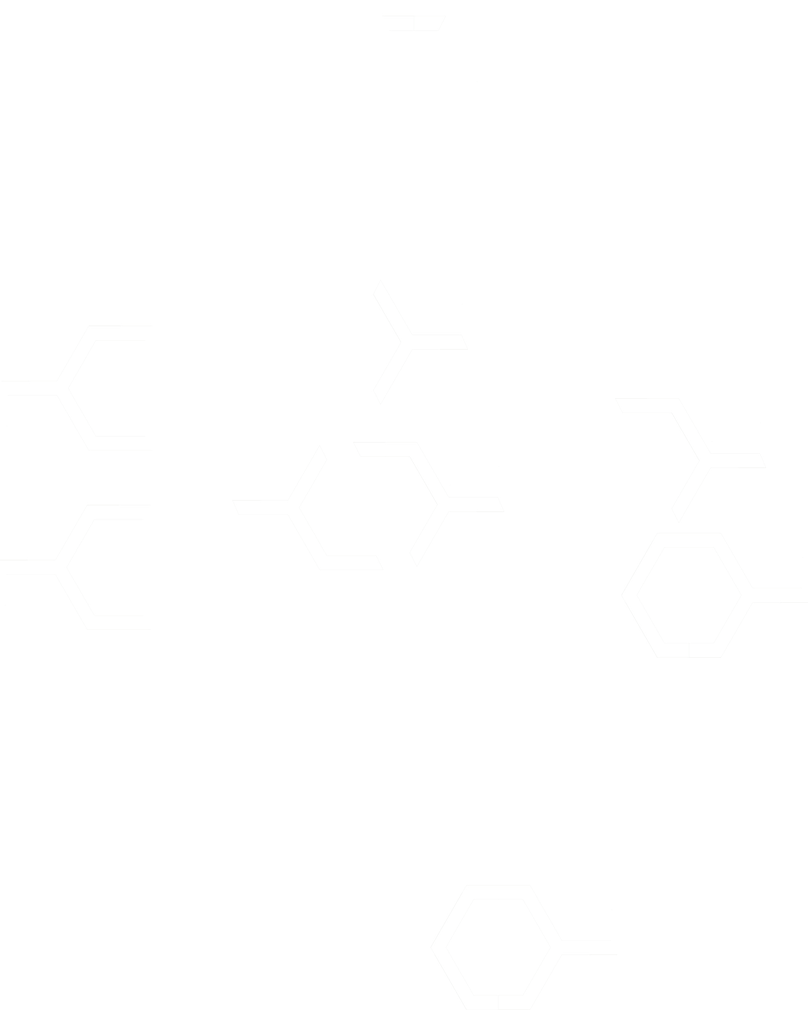
<source format=kicad_pcb>
(kicad_pcb (version 20171130) (host pcbnew "(5.1.6-0-10_14)")

  (general
    (thickness 1.6)
    (drawings 153)
    (tracks 0)
    (zones 0)
    (modules 0)
    (nets 1)
  )

  (page A4)
  (layers
    (0 F.Cu signal)
    (31 B.Cu signal)
    (32 B.Adhes user)
    (33 F.Adhes user)
    (34 B.Paste user)
    (35 F.Paste user)
    (36 B.SilkS user)
    (37 F.SilkS user)
    (38 B.Mask user)
    (39 F.Mask user)
    (40 Dwgs.User user)
    (41 Cmts.User user)
    (42 Eco1.User user)
    (43 Eco2.User user)
    (44 Edge.Cuts user)
    (45 Margin user)
    (46 B.CrtYd user)
    (47 F.CrtYd user)
    (48 B.Fab user)
    (49 F.Fab user)
  )

  (setup
    (last_trace_width 0.25)
    (trace_clearance 0.2)
    (zone_clearance 0.508)
    (zone_45_only no)
    (trace_min 0.2)
    (via_size 0.8)
    (via_drill 0.4)
    (via_min_size 0.4)
    (via_min_drill 0.3)
    (uvia_size 0.3)
    (uvia_drill 0.1)
    (uvias_allowed no)
    (uvia_min_size 0.2)
    (uvia_min_drill 0.1)
    (edge_width 0.05)
    (segment_width 0.2)
    (pcb_text_width 0.3)
    (pcb_text_size 1.5 1.5)
    (mod_edge_width 0.12)
    (mod_text_size 1 1)
    (mod_text_width 0.15)
    (pad_size 1.524 1.524)
    (pad_drill 0.762)
    (pad_to_mask_clearance 0.05)
    (aux_axis_origin 0 0)
    (visible_elements FFFFFF7F)
    (pcbplotparams
      (layerselection 0x010fc_ffffffff)
      (usegerberextensions false)
      (usegerberattributes true)
      (usegerberadvancedattributes true)
      (creategerberjobfile true)
      (excludeedgelayer true)
      (linewidth 0.100000)
      (plotframeref false)
      (viasonmask false)
      (mode 1)
      (useauxorigin false)
      (hpglpennumber 1)
      (hpglpenspeed 20)
      (hpglpendiameter 15.000000)
      (psnegative false)
      (psa4output false)
      (plotreference true)
      (plotvalue true)
      (plotinvisibletext false)
      (padsonsilk false)
      (subtractmaskfromsilk false)
      (outputformat 1)
      (mirror false)
      (drillshape 1)
      (scaleselection 1)
      (outputdirectory ""))
  )

  (net 0 "")

  (net_class Default "This is the default net class."
    (clearance 0.2)
    (trace_width 0.25)
    (via_dia 0.8)
    (via_drill 0.4)
    (uvia_dia 0.3)
    (uvia_drill 0.1)
  )

  (gr_line (start 131.42625 -95.0175) (end 136.9825 -106.13) (layer Edge.Cuts) (width 0.05) (tstamp 6237F3D0))
  (gr_line (start 199.688751 -63.510725) (end 204.425 -52.452928) (layer Edge.Cuts) (width 0.05) (tstamp 6237F3D1))
  (gr_line (start 136.9825 -106.13) (end 161.588751 -63.510725) (layer Edge.Cuts) (width 0.05) (tstamp 6237F2E6))
  (gr_line (start 131.42625 -95.0175) (end 152.8575 -57.897486) (layer Edge.Cuts) (width 0.05) (tstamp 6237F2E9))
  (gr_line (start 204.425 -52.452928) (end 161.5625 -52.452928) (layer Edge.Cuts) (width 0.05) (tstamp 6237F2EC))
  (gr_line (start 152.8575 -57.897486) (end 131.42625 -20.777472) (layer Edge.Cuts) (width 0.05) (tstamp 6237F2ED))
  (gr_line (start 204.425 -52.452928) (end 182.99375 -52.452928) (layer Edge.Cuts) (width 0.05) (tstamp 6237F2EE))
  (gr_line (start 136.9825 -9.892928) (end 161.5625 -52.452928) (layer Edge.Cuts) (width 0.05) (tstamp 6237F2F2))
  (gr_line (start 200.2825 -87.067303) (end 200.2825 -87.622927) (layer Edge.Cuts) (width 0.05) (tstamp 6237F2F3))
  (gr_line (start 199.688751 -63.510725) (end 161.588751 -63.510725) (layer Edge.Cuts) (width 0.05) (tstamp 6237F2F5))
  (gr_line (start 131.42625 -95.0175) (end 152.8575 -57.897486) (layer Edge.Cuts) (width 0.05) (tstamp 6237F2F6))
  (gr_line (start 131.42625 -20.777472) (end 136.9825 -9.892928) (layer Edge.Cuts) (width 0.05) (tstamp 6237F3CF))
  (gr_line (start -88.95 -70.57) (end -64.34375 -70.57) (layer Edge.Cuts) (width 0.05) (tstamp 6237F27A))
  (gr_line (start -64.34375 14.782528) (end -45.29375 14.782528) (layer Edge.Cuts) (width 0.05) (tstamp 6237F27B))
  (gr_line (start -83.39375 14.782528) (end -64.34375 14.782528) (layer Edge.Cuts) (width 0.05) (tstamp 6237F27C))
  (gr_line (start -83.39375 -59.4575) (end -64.34375 -59.4575) (layer Edge.Cuts) (width 0.05) (tstamp 6237F27E))
  (gr_line (start -113.52 -16.9) (end -88.95 25.667072) (layer Edge.Cuts) (width 0.05) (tstamp 6237F27F))
  (gr_line (start -83.39375 14.782528) (end -104.825 -22.337486) (layer Edge.Cuts) (width 0.05) (tstamp 6237F278))
  (gr_line (start -152.25 6.604375) (end -152.25 7.16) (layer Edge.Cuts) (width 0.05) (tstamp 6237F276))
  (gr_line (start -88.95 25.667072) (end -39.7375 25.667072) (layer Edge.Cuts) (width 0.05) (tstamp 6237F28A))
  (gr_line (start -88.95 -70.57) (end -113.53 -28.01) (layer Edge.Cuts) (width 0.05) (tstamp 6237F28D))
  (gr_line (start -64.34375 -59.4575) (end -45.29375 -59.4575) (layer Edge.Cuts) (width 0.05) (tstamp 6237F28F))
  (gr_line (start -104.825 -22.337486) (end -83.39375 -59.4575) (layer Edge.Cuts) (width 0.05) (tstamp 6237F290))
  (gr_line (start -156.3925 -28.01) (end -134.96125 -28.01) (layer Edge.Cuts) (width 0.05) (tstamp 6237F291))
  (gr_line (start -156.3925 -28.01) (end -113.53 -28.01) (layer Edge.Cuts) (width 0.05) (tstamp 6237F292))
  (gr_line (start -151.62 -16.9) (end -113.52 -16.9) (layer Edge.Cuts) (width 0.05) (tstamp 6237F293))
  (gr_line (start -88.95 -70.57) (end -39.7375 -70.57) (layer Edge.Cuts) (width 0.05) (tstamp 6237F279))
  (gr_line (start -90.1825 68.07) (end -65.57625 68.07) (layer Edge.Cuts) (width 0.05) (tstamp 6237F370))
  (gr_line (start -84.62625 153.422528) (end -65.57625 153.422528) (layer Edge.Cuts) (width 0.05) (tstamp 6237F372))
  (gr_line (start -84.62625 79.1825) (end -65.57625 79.1825) (layer Edge.Cuts) (width 0.05) (tstamp 6237F373))
  (gr_line (start -65.57625 79.1825) (end -46.52625 79.1825) (layer Edge.Cuts) (width 0.05) (tstamp 6237F379))
  (gr_line (start -106.0575 116.302514) (end -84.62625 79.1825) (layer Edge.Cuts) (width 0.05) (tstamp 6237F37A))
  (gr_line (start -157.625 110.63) (end -136.19375 110.63) (layer Edge.Cuts) (width 0.05) (tstamp 6237F37B))
  (gr_line (start -157.625 110.63) (end -114.7625 110.63) (layer Edge.Cuts) (width 0.05) (tstamp 6237F37C))
  (gr_line (start -152.8525 121.74) (end -114.7525 121.74) (layer Edge.Cuts) (width 0.05) (tstamp 6237F37D))
  (gr_line (start -90.1825 68.07) (end -40.97 68.07) (layer Edge.Cuts) (width 0.05) (tstamp 6237F37E))
  (gr_line (start -114.7525 121.74) (end -90.1825 164.307072) (layer Edge.Cuts) (width 0.05) (tstamp 6237F374))
  (gr_line (start -84.62625 153.422528) (end -106.0575 116.302514) (layer Edge.Cuts) (width 0.05) (tstamp 6237F375))
  (gr_line (start -153.4825 145.244375) (end -153.4825 145.8) (layer Edge.Cuts) (width 0.05) (tstamp 6237F376))
  (gr_line (start -90.1825 164.307072) (end -40.97 164.307072) (layer Edge.Cuts) (width 0.05) (tstamp 6237F377))
  (gr_line (start -90.1825 68.07) (end -114.7625 110.63) (layer Edge.Cuts) (width 0.05) (tstamp 6237F378))
  (gr_line (start -65.57625 153.422528) (end -46.52625 153.422528) (layer Edge.Cuts) (width 0.05) (tstamp 6237F371))
  (gr_line (start 318.6875 -14.52) (end 324.24375 -3.4075) (layer Edge.Cuts) (width 0.05) (tstamp 6237F4AB))
  (gr_line (start 393.45 19.192697) (end 393.45 18.637073) (layer Edge.Cuts) (width 0.05) (tstamp 6237F482))
  (gr_line (start 343.29375 -3.4075) (end 362.34375 -3.4075) (layer Edge.Cuts) (width 0.05) (tstamp 6237F4A0))
  (gr_line (start 324.24375 -3.4075) (end 343.29375 -3.4075) (layer Edge.Cuts) (width 0.05) (tstamp 6237F49E))
  (gr_line (start 318.6875 -14.52) (end 343.29375 -14.52) (layer Edge.Cuts) (width 0.05) (tstamp 6237F49D))
  (gr_line (start 318.6875 -14.52) (end 367.9 -14.52) (layer Edge.Cuts) (width 0.05) (tstamp 6237F4A2))
  (gr_line (start 430.606251 28.099275) (end 435.3425 39.157072) (layer Edge.Cuts) (width 0.05) (tstamp 6237F3D3))
  (gr_line (start 362.34375 -3.4075) (end 383.775 33.712514) (layer Edge.Cuts) (width 0.05) (tstamp 6237F3DC))
  (gr_line (start 362.34375 70.832528) (end 367.9 81.717072) (layer Edge.Cuts) (width 0.05) (tstamp 6237F3DD))
  (gr_line (start 383.775 33.712514) (end 362.34375 70.832528) (layer Edge.Cuts) (width 0.05) (tstamp 6237F3D7))
  (gr_line (start 367.9 81.717072) (end 392.48 39.157072) (layer Edge.Cuts) (width 0.05) (tstamp 6237F3D9))
  (gr_line (start 435.3425 39.157072) (end 413.91125 39.157072) (layer Edge.Cuts) (width 0.05) (tstamp 6237F3D8))
  (gr_line (start 431.2 4.542697) (end 431.2 3.987073) (layer Edge.Cuts) (width 0.05) (tstamp 6237F3DA))
  (gr_line (start 430.606251 28.099275) (end 392.506251 28.099275) (layer Edge.Cuts) (width 0.05) (tstamp 6237F3DB))
  (gr_line (start 367.9 -14.52) (end 392.506251 28.099275) (layer Edge.Cuts) (width 0.05) (tstamp 6237F3D4))
  (gr_line (start 362.34375 -3.4075) (end 383.775 33.712514) (layer Edge.Cuts) (width 0.05) (tstamp 6237F3D5))
  (gr_line (start 435.3425 39.157072) (end 392.48 39.157072) (layer Edge.Cuts) (width 0.05) (tstamp 6237F3D6))
  (gr_line (start 323.436363 137.855029) (end 351.217613 89.736493) (layer Edge.Cuts) (width 0.05) (tstamp 6237EF2E))
  (gr_line (start 400.430113 89.736493) (end 351.217613 89.736493) (layer Edge.Cuts) (width 0.05) (tstamp 6237EF31))
  (gr_line (start 425.000113 132.303566) (end 400.430113 89.736493) (layer Edge.Cuts) (width 0.05) (tstamp 6237EF26))
  (gr_line (start 232.555 73.087072) (end 189.6925 73.087072) (layer Edge.Cuts) (width 0.05) (tstamp 6237F4BD))
  (gr_line (start 159.55625 30.5225) (end 180.9875 67.642514) (layer Edge.Cuts) (width 0.05) (tstamp 6237F4BC))
  (gr_line (start 165.1125 19.41) (end 189.718751 62.029275) (layer Edge.Cuts) (width 0.05) (tstamp 6237F4BB))
  (gr_line (start 227.818751 62.029275) (end 189.718751 62.029275) (layer Edge.Cuts) (width 0.05) (tstamp 6237F4BA))
  (gr_line (start 228.4125 38.472697) (end 228.4125 37.917073) (layer Edge.Cuts) (width 0.05) (tstamp 6237F4B9))
  (gr_line (start 232.555 73.087072) (end 211.12375 73.087072) (layer Edge.Cuts) (width 0.05) (tstamp 6237F4B8))
  (gr_line (start 165.1125 115.647072) (end 189.6925 73.087072) (layer Edge.Cuts) (width 0.05) (tstamp 6237F4B7))
  (gr_line (start 180.9875 67.642514) (end 159.55625 104.762528) (layer Edge.Cuts) (width 0.05) (tstamp 6237F4B6))
  (gr_line (start 159.55625 104.762528) (end 165.1125 115.647072) (layer Edge.Cuts) (width 0.05) (tstamp 6237F4B5))
  (gr_line (start 159.55625 30.5225) (end 180.9875 67.642514) (layer Edge.Cuts) (width 0.05) (tstamp 6237F4B4))
  (gr_line (start 227.818751 62.029275) (end 232.555 73.087072) (layer Edge.Cuts) (width 0.05) (tstamp 6237F4B3))
  (gr_line (start 115.9 19.41) (end 165.1125 19.41) (layer Edge.Cuts) (width 0.05) (tstamp 6237F4B2))
  (gr_line (start 115.9 19.41) (end 140.50625 19.41) (layer Edge.Cuts) (width 0.05) (tstamp 6237F4B1))
  (gr_line (start 121.45625 30.5225) (end 140.50625 30.5225) (layer Edge.Cuts) (width 0.05) (tstamp 6237F4B0))
  (gr_line (start 140.50625 30.5225) (end 159.55625 30.5225) (layer Edge.Cuts) (width 0.05) (tstamp 6237F4AF))
  (gr_line (start 190.6625 53.122697) (end 190.6625 52.567073) (layer Edge.Cuts) (width 0.05) (tstamp 6237F4AE))
  (gr_line (start 115.9 19.41) (end 121.45625 30.5225) (layer Edge.Cuts) (width 0.05) (tstamp 6237F4AD))
  (gr_line (start 89.83 21.79) (end 95.38625 32.9025) (layer Edge.Cuts) (width 0.05) (tstamp 6237F4AC))
  (gr_line (start 162.79375 -299.1775) (end 181.84375 -299.1775) (layer Edge.Cuts) (width 0.05) (tstamp 6237F441))
  (gr_line (start 181.84375 -299.1775) (end 187.4 -310.29) (layer Edge.Cuts) (width 0.05) (tstamp 6237F440))
  (gr_line (start 211.89 -259.327303) (end 211.89 -259.882927) (layer Edge.Cuts) (width 0.05) (tstamp 6237F43E))
  (dimension 49.2125 (width 0.15) (layer Dwgs.User) (tstamp 6237F43C)
    (gr_text "1.9375 in" (at 162.79375 -322.07) (layer Dwgs.User) (tstamp 6237F43C)
      (effects (font (size 1 1) (thickness 0.15)))
    )
    (feature1 (pts (xy 187.4 -310.29) (xy 187.4 -321.356421)))
    (feature2 (pts (xy 138.1875 -310.29) (xy 138.1875 -321.356421)))
    (crossbar (pts (xy 138.1875 -320.77) (xy 187.4 -320.77)))
    (arrow1a (pts (xy 187.4 -320.77) (xy 186.273496 -320.183579)))
    (arrow1b (pts (xy 187.4 -320.77) (xy 186.273496 -321.356421)))
    (arrow2a (pts (xy 138.1875 -320.77) (xy 139.314004 -320.183579)))
    (arrow2b (pts (xy 138.1875 -320.77) (xy 139.314004 -321.356421)))
  )
  (gr_line (start 162.79375 -299.1775) (end 162.79375 -310.29) (layer Edge.Cuts) (width 0.05) (tstamp 6237F43A))
  (dimension 32.726397 (width 0.15) (layer Dwgs.User) (tstamp 6237F438)
    (gr_text "1.2884 in" (at 162.793749 -295.54) (layer Dwgs.User) (tstamp 6237F438)
      (effects (font (size 1 1) (thickness 0.15)))
    )
    (feature1 (pts (xy 179.156948 -300.994212) (xy 179.156948 -296.253579)))
    (feature2 (pts (xy 146.430551 -300.994212) (xy 146.430551 -296.253579)))
    (crossbar (pts (xy 146.430551 -296.84) (xy 179.156948 -296.84)))
    (arrow1a (pts (xy 179.156948 -296.84) (xy 178.030444 -296.253579)))
    (arrow1b (pts (xy 179.156948 -296.84) (xy 178.030444 -297.426421)))
    (arrow2a (pts (xy 146.430551 -296.84) (xy 147.557055 -296.253579)))
    (arrow2b (pts (xy 146.430551 -296.84) (xy 147.557055 -297.426421)))
  )
  (dimension 24.60625 (width 0.15) (layer Dwgs.User) (tstamp 6237F436)
    (gr_text "0.9688 in" (at 150.490625 -313.14) (layer Dwgs.User) (tstamp 6237F436)
      (effects (font (size 1 1) (thickness 0.15)))
    )
    (feature1 (pts (xy 162.79375 -310.29) (xy 162.79375 -312.426421)))
    (feature2 (pts (xy 138.1875 -310.29) (xy 138.1875 -312.426421)))
    (crossbar (pts (xy 138.1875 -311.84) (xy 162.79375 -311.84)))
    (arrow1a (pts (xy 162.79375 -311.84) (xy 161.667246 -311.253579)))
    (arrow1b (pts (xy 162.79375 -311.84) (xy 161.667246 -312.426421)))
    (arrow2a (pts (xy 138.1875 -311.84) (xy 139.314004 -311.253579)))
    (arrow2b (pts (xy 138.1875 -311.84) (xy 139.314004 -312.426421)))
  )
  (gr_line (start 143.74375 -299.1775) (end 162.79375 -299.1775) (layer Edge.Cuts) (width 0.05) (tstamp 6237F434))
  (gr_line (start 138.1875 -310.29) (end 162.79375 -310.29) (layer Edge.Cuts) (width 0.05) (tstamp 6237F431))
  (gr_line (start 138.1875 -310.29) (end 187.4 -310.29) (layer Edge.Cuts) (width 0.05) (tstamp 6237F430))
  (gr_line (start 133.48625 107.142528) (end 139.0425 118.027072) (layer Edge.Cuts) (width 0.05) (tstamp 6237F3CE))
  (gr_line (start 22.3875 64.35) (end 27.16 75.46) (layer Edge.Cuts) (width 0.05) (tstamp 6237F3CC))
  (gr_line (start 27.16 75.46) (end 65.26 75.46) (layer Edge.Cuts) (width 0.05) (tstamp 6237EE4B))
  (dimension 24.60625 (width 0.15) (layer Dwgs.User) (tstamp 6237F165)
    (gr_text "0.9688 in" (at 240.406989 461.313566) (layer Dwgs.User) (tstamp 6237F165)
      (effects (font (size 1 1) (thickness 0.15)))
    )
    (feature1 (pts (xy 228.103863 458.463565) (xy 228.103863 460.599986)))
    (feature2 (pts (xy 252.710113 458.463565) (xy 252.710113 460.599986)))
    (crossbar (pts (xy 252.710113 460.013566) (xy 228.103863 460.013565)))
    (arrow1a (pts (xy 228.103863 460.013565) (xy 229.230367 459.427144)))
    (arrow1b (pts (xy 228.103863 460.013565) (xy 229.230367 460.599986)))
    (arrow2a (pts (xy 252.710113 460.013566) (xy 251.583609 459.427144)))
    (arrow2b (pts (xy 252.710113 460.013566) (xy 251.583609 460.599986)))
  )
  (gr_line (start 228.103863 447.351065) (end 209.053863 447.351065) (layer Edge.Cuts) (width 0.05) (tstamp 6237F164))
  (gr_line (start 175.716363 410.345029) (end 200.322613 367.725753) (layer Edge.Cuts) (width 0.05) (tstamp 6237F163))
  (gr_line (start 252.710113 458.463565) (end 228.103863 458.463565) (layer Edge.Cuts) (width 0.05) (tstamp 6237F162))
  (gr_line (start 252.710113 458.463565) (end 203.497613 458.463565) (layer Edge.Cuts) (width 0.05) (tstamp 6237F161))
  (dimension 10.255207 (width 0.15) (layer Dwgs.User) (tstamp 6237F15F)
    (gr_text "0.4037 in" (at 271.130481 404.630546 32.02012238) (layer Dwgs.User) (tstamp 6237F15F)
      (effects (font (size 1 1) (thickness 0.15)))
    )
    (feature1 (pts (xy 277.280113 404.793566) (xy 275.856332 402.51682)))
    (feature2 (pts (xy 268.585113 410.231051) (xy 267.161332 407.954306)))
    (crossbar (pts (xy 267.472263 408.451509) (xy 276.167263 403.014023)))
    (arrow1a (pts (xy 276.167263 403.014023) (xy 275.523075 404.108519)))
    (arrow1b (pts (xy 276.167263 403.014023) (xy 274.901213 403.114111)))
    (arrow2a (pts (xy 267.472263 408.451509) (xy 268.738313 408.351421)))
    (arrow2b (pts (xy 267.472263 408.451509) (xy 268.116452 407.357015)))
  )
  (gr_line (start 209.053863 447.351065) (end 187.622613 410.231051) (layer Edge.Cuts) (width 0.05) (tstamp 6237F15E))
  (gr_line (start 277.280113 404.793566) (end 252.710113 362.226493) (layer Edge.Cuts) (width 0.05) (tstamp 6237F15D))
  (gr_line (start 247.153863 373.111037) (end 268.585113 410.231051) (layer Edge.Cuts) (width 0.05) (tstamp 6237F15C))
  (gr_line (start 252.710113 458.463565) (end 277.290113 415.903565) (layer Edge.Cuts) (width 0.05) (tstamp 6237F15B))
  (dimension 10.390113 (width 0.15) (layer Dwgs.User) (tstamp 6237F159)
    (gr_text "0.4091 in" (at 271.073144 415.928508 -33.08981799) (layer Dwgs.User) (tstamp 6237F159)
      (effects (font (size 1 1) (thickness 0.15)))
    )
    (feature1 (pts (xy 277.290113 415.903565) (xy 275.815225 418.166918)))
    (feature2 (pts (xy 268.585113 410.231051) (xy 267.110225 412.494403)))
    (crossbar (pts (xy 267.430383 412.003092) (xy 276.135383 417.675606)))
    (arrow1a (pts (xy 276.135383 417.675606) (xy 274.871422 417.551899)))
    (arrow1b (pts (xy 276.135383 417.675606) (xy 275.511739 416.569274)))
    (arrow2a (pts (xy 267.430383 412.003092) (xy 268.054027 413.109422)))
    (arrow2b (pts (xy 267.430383 412.003092) (xy 268.694344 412.126798)))
  )
  (dimension 49.2125 (width 0.15) (layer Dwgs.User) (tstamp 6237F157)
    (gr_text "1.9375 in" (at 228.103863 470.243566) (layer Dwgs.User) (tstamp 6237F157)
      (effects (font (size 1 1) (thickness 0.15)))
    )
    (feature1 (pts (xy 203.497613 458.463565) (xy 203.497613 469.529986)))
    (feature2 (pts (xy 252.710113 458.463565) (xy 252.710113 469.529986)))
    (crossbar (pts (xy 252.710113 468.943566) (xy 203.497613 468.943566)))
    (arrow1a (pts (xy 203.497613 468.943566) (xy 204.624117 468.357144)))
    (arrow1b (pts (xy 203.497613 468.943566) (xy 204.624117 469.529986)))
    (arrow2a (pts (xy 252.710113 468.943566) (xy 251.583609 468.357144)))
    (arrow2b (pts (xy 252.710113 468.943566) (xy 251.583609 469.529986)))
  )
  (gr_line (start 320.152613 415.903565) (end 298.721363 415.903565) (layer Edge.Cuts) (width 0.05) (tstamp 6237F156))
  (gr_line (start 268.585113 410.231051) (end 247.153863 447.351065) (layer Edge.Cuts) (width 0.05) (tstamp 6237F155))
  (gr_line (start 228.103863 373.111037) (end 209.053863 373.111037) (layer Edge.Cuts) (width 0.05) (tstamp 6237F154))
  (gr_line (start 247.153863 373.111037) (end 228.103863 373.111037) (layer Edge.Cuts) (width 0.05) (tstamp 6237F153))
  (gr_line (start 203.497613 458.463565) (end 178.891362 415.84429) (layer Edge.Cuts) (width 0.05) (tstamp 6237F152))
  (gr_line (start 247.153863 447.351065) (end 228.103863 447.351065) (layer Edge.Cuts) (width 0.05) (tstamp 6237F151))
  (gr_line (start 203.497613 458.463565) (end 175.716363 410.345029) (layer Edge.Cuts) (width 0.05) (tstamp 6237F150))
  (gr_line (start 316.010113 381.28919) (end 316.010113 380.733566) (layer Edge.Cuts) (width 0.05) (tstamp 6237F14F))
  (gr_line (start 252.710113 362.226493) (end 203.497613 362.226493) (layer Edge.Cuts) (width 0.05) (tstamp 6237F14E))
  (gr_line (start 175.716363 410.345029) (end 203.497613 362.226493) (layer Edge.Cuts) (width 0.05) (tstamp 6237F14D))
  (gr_line (start 228.103863 447.351065) (end 228.103863 458.463565) (layer Edge.Cuts) (width 0.05) (tstamp 6237F14C))
  (gr_line (start 315.380113 404.793566) (end 277.280113 404.793566) (layer Edge.Cuts) (width 0.05) (tstamp 6237F14B))
  (gr_line (start 320.152613 415.903565) (end 277.290113 415.903565) (layer Edge.Cuts) (width 0.05) (tstamp 6237F14A))
  (gr_line (start 187.622613 410.231051) (end 209.053863 373.111037) (layer Edge.Cuts) (width 0.05) (tstamp 6237F149))
  (dimension 32.726397 (width 0.15) (layer Dwgs.User) (tstamp 6237F147)
    (gr_text "1.2884 in" (at 228.103864 443.713565) (layer Dwgs.User) (tstamp 6237F147)
      (effects (font (size 1 1) (thickness 0.15)))
    )
    (feature1 (pts (xy 211.740665 449.167777) (xy 211.740665 444.427144)))
    (feature2 (pts (xy 244.467062 449.167777) (xy 244.467062 444.427145)))
    (crossbar (pts (xy 244.467062 445.013565) (xy 211.740666 445.013565)))
    (arrow1a (pts (xy 211.740666 445.013565) (xy 212.867169 444.427144)))
    (arrow1b (pts (xy 211.740666 445.013565) (xy 212.867169 445.599986)))
    (arrow2a (pts (xy 244.467062 445.013565) (xy 243.340558 444.427145)))
    (arrow2b (pts (xy 244.467062 445.013565) (xy 243.340558 445.599987)))
  )
  (dimension 10.255207 (width 0.15) (layer Dwgs.User) (tstamp 6237EF3B)
    (gr_text "0.4037 in" (at 418.850481 132.140546 32.02012238) (layer Dwgs.User) (tstamp 6237F0DC)
      (effects (font (size 1 1) (thickness 0.15)))
    )
    (feature1 (pts (xy 425.000113 132.303566) (xy 423.576332 130.02682)))
    (feature2 (pts (xy 416.305113 137.741051) (xy 414.881332 135.464306)))
    (crossbar (pts (xy 415.192263 135.961509) (xy 423.887263 130.524023)))
    (arrow1a (pts (xy 423.887263 130.524023) (xy 423.243075 131.618519)))
    (arrow1b (pts (xy 423.887263 130.524023) (xy 422.621213 130.624111)))
    (arrow2a (pts (xy 415.192263 135.961509) (xy 416.458313 135.861421)))
    (arrow2b (pts (xy 415.192263 135.961509) (xy 415.836452 134.867015)))
  )
  (gr_line (start 463.100113 132.303566) (end 425.000113 132.303566) (layer Edge.Cuts) (width 0.05) (tstamp 6237EF3A))
  (gr_line (start 467.872613 143.413565) (end 425.010113 143.413565) (layer Edge.Cuts) (width 0.05) (tstamp 6237EF39))
  (gr_line (start 467.872613 143.413565) (end 446.441363 143.413565) (layer Edge.Cuts) (width 0.05) (tstamp 6237EF38))
  (gr_line (start 416.305113 137.741051) (end 394.873863 174.861065) (layer Edge.Cuts) (width 0.05) (tstamp 6237EF37))
  (gr_line (start 375.823863 174.861065) (end 356.773863 174.861065) (layer Edge.Cuts) (width 0.05) (tstamp 6237EF36))
  (gr_line (start 323.436363 137.855029) (end 348.042613 95.235753) (layer Edge.Cuts) (width 0.05) (tstamp 6237EF35))
  (gr_line (start 400.430113 185.973565) (end 425.010113 143.413565) (layer Edge.Cuts) (width 0.05) (tstamp 6237EF34))
  (dimension 49.2125 (width 0.15) (layer Dwgs.User) (tstamp 6237EF32)
    (gr_text "1.9375 in" (at 375.823863 197.753566) (layer Dwgs.User) (tstamp 6237F0F4)
      (effects (font (size 1 1) (thickness 0.15)))
    )
    (feature1 (pts (xy 351.217613 185.973565) (xy 351.217613 197.039986)))
    (feature2 (pts (xy 400.430113 185.973565) (xy 400.430113 197.039986)))
    (crossbar (pts (xy 400.430113 196.453566) (xy 351.217613 196.453566)))
    (arrow1a (pts (xy 351.217613 196.453566) (xy 352.344117 195.867144)))
    (arrow1b (pts (xy 351.217613 196.453566) (xy 352.344117 197.039986)))
    (arrow2a (pts (xy 400.430113 196.453566) (xy 399.303609 195.867144)))
    (arrow2b (pts (xy 400.430113 196.453566) (xy 399.303609 197.039986)))
  )
  (gr_line (start 375.823863 174.861065) (end 375.823863 185.973565) (layer Edge.Cuts) (width 0.05) (tstamp 6237EF30))
  (gr_line (start 335.342613 137.741051) (end 356.773863 100.621037) (layer Edge.Cuts) (width 0.05) (tstamp 6237EF2F))
  (dimension 10.390113 (width 0.15) (layer Dwgs.User) (tstamp 6237EF2C)
    (gr_text "0.4091 in" (at 418.793144 143.438508 -33.08981799) (layer Dwgs.User) (tstamp 6237F0EE)
      (effects (font (size 1 1) (thickness 0.15)))
    )
    (feature1 (pts (xy 425.010113 143.413565) (xy 423.535225 145.676918)))
    (feature2 (pts (xy 416.305113 137.741051) (xy 414.830225 140.004403)))
    (crossbar (pts (xy 415.150383 139.513092) (xy 423.855383 145.185606)))
    (arrow1a (pts (xy 423.855383 145.185606) (xy 422.591422 145.061899)))
    (arrow1b (pts (xy 423.855383 145.185606) (xy 423.231739 144.079274)))
    (arrow2a (pts (xy 415.150383 139.513092) (xy 415.774027 140.619422)))
    (arrow2b (pts (xy 415.150383 139.513092) (xy 416.414344 139.636798)))
  )
  (dimension 32.726397 (width 0.15) (layer Dwgs.User) (tstamp 6237EF2A)
    (gr_text "1.2884 in" (at 375.823864 171.223565) (layer Dwgs.User) (tstamp 6237F124)
      (effects (font (size 1 1) (thickness 0.15)))
    )
    (feature1 (pts (xy 359.460665 176.677777) (xy 359.460665 171.937144)))
    (feature2 (pts (xy 392.187062 176.677777) (xy 392.187062 171.937145)))
    (crossbar (pts (xy 392.187062 172.523565) (xy 359.460666 172.523565)))
    (arrow1a (pts (xy 359.460666 172.523565) (xy 360.587169 171.937144)))
    (arrow1b (pts (xy 359.460666 172.523565) (xy 360.587169 173.109986)))
    (arrow2a (pts (xy 392.187062 172.523565) (xy 391.060558 171.937145)))
    (arrow2b (pts (xy 392.187062 172.523565) (xy 391.060558 173.109987)))
  )
  (dimension 24.60625 (width 0.15) (layer Dwgs.User) (tstamp 6237EF28)
    (gr_text "0.9688 in" (at 388.126989 188.823566) (layer Dwgs.User) (tstamp 6237F0CA)
      (effects (font (size 1 1) (thickness 0.15)))
    )
    (feature1 (pts (xy 375.823863 185.973565) (xy 375.823863 188.109986)))
    (feature2 (pts (xy 400.430113 185.973565) (xy 400.430113 188.109986)))
    (crossbar (pts (xy 400.430113 187.523566) (xy 375.823863 187.523565)))
    (arrow1a (pts (xy 375.823863 187.523565) (xy 376.950367 186.937144)))
    (arrow1b (pts (xy 375.823863 187.523565) (xy 376.950367 188.109986)))
    (arrow2a (pts (xy 400.430113 187.523566) (xy 399.303609 186.937144)))
    (arrow2b (pts (xy 400.430113 187.523566) (xy 399.303609 188.109986)))
  )
  (gr_line (start 356.773863 174.861065) (end 335.342613 137.741051) (layer Edge.Cuts) (width 0.05) (tstamp 6237EF27))
  (gr_line (start 394.873863 174.861065) (end 375.823863 174.861065) (layer Edge.Cuts) (width 0.05) (tstamp 6237EF25))
  (gr_line (start 351.217613 185.973565) (end 323.436363 137.855029) (layer Edge.Cuts) (width 0.05) (tstamp 6237EF24))
  (gr_line (start 394.873863 100.621037) (end 375.823863 100.621037) (layer Edge.Cuts) (width 0.05) (tstamp 6237EF23))
  (gr_line (start 375.823863 100.621037) (end 356.773863 100.621037) (layer Edge.Cuts) (width 0.05) (tstamp 6237EF22))
  (gr_line (start 400.430113 185.973565) (end 375.823863 185.973565) (layer Edge.Cuts) (width 0.05) (tstamp 6237EF21))
  (gr_line (start 400.430113 185.973565) (end 351.217613 185.973565) (layer Edge.Cuts) (width 0.05) (tstamp 6237EF20))
  (gr_line (start 394.873863 100.621037) (end 416.305113 137.741051) (layer Edge.Cuts) (width 0.05) (tstamp 6237EF1F))
  (gr_line (start 351.217613 185.973565) (end 326.611362 143.35429) (layer Edge.Cuts) (width 0.05) (tstamp 6237EF1E))
  (gr_line (start 463.730113 108.79919) (end 463.730113 108.243566) (layer Edge.Cuts) (width 0.05) (tstamp 6237EF1D))
  (gr_line (start 65.26 75.46) (end 89.83 118.027072) (layer Edge.Cuts) (width 0.05) (tstamp 6237EEBE))
  (gr_line (start 89.83 21.79) (end 65.25 64.35) (layer Edge.Cuts) (width 0.05) (tstamp 6237EE9B))
  (gr_line (start 22.3875 64.35) (end 65.25 64.35) (layer Edge.Cuts) (width 0.05) (tstamp 6237EDB7))
  (gr_line (start 22.3875 64.35) (end 43.81875 64.35) (layer Edge.Cuts) (width 0.05) (tstamp 6237EDB6))
  (gr_line (start 89.83 118.027072) (end 139.0425 118.027072) (layer Edge.Cuts) (width 0.05) (tstamp 6237EB4F))
  (gr_line (start 95.38625 107.142528) (end 114.43625 107.142528) (layer Edge.Cuts) (width 0.05) (tstamp 6237EB23))
  (gr_line (start 114.43625 107.142528) (end 133.48625 107.142528) (layer Edge.Cuts) (width 0.05) (tstamp 6237EB22))
  (gr_line (start 95.38625 107.142528) (end 73.955 70.022514) (layer Edge.Cuts) (width 0.05) (tstamp 6237EADC))
  (gr_line (start 73.955 70.022514) (end 95.38625 32.9025) (layer Edge.Cuts) (width 0.05) (tstamp 6237EABC))

)

</source>
